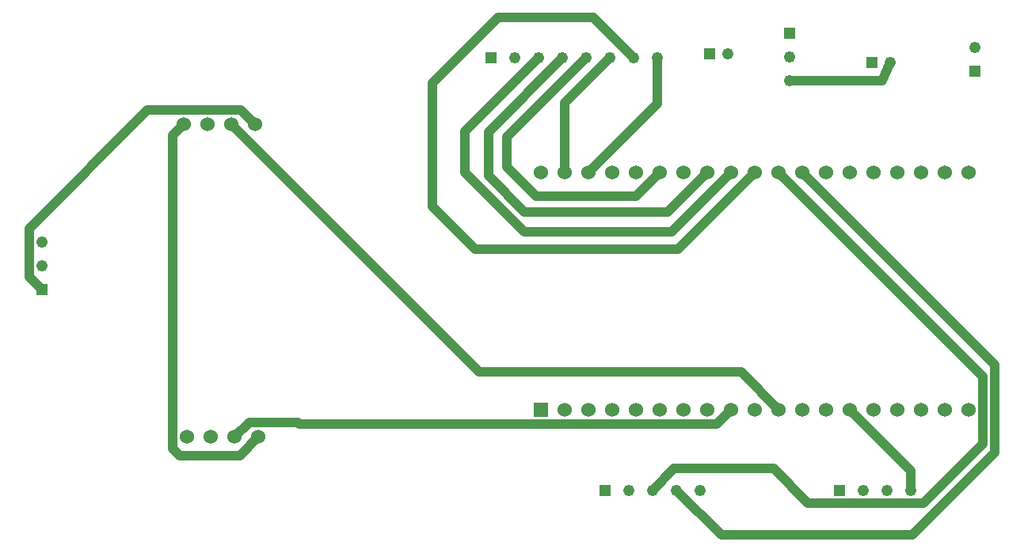
<source format=gtl>
G04*
G04 #@! TF.GenerationSoftware,Altium Limited,Altium Designer,25.2.1 (25)*
G04*
G04 Layer_Physical_Order=1*
G04 Layer_Color=255*
%FSLAX44Y44*%
%MOMM*%
G71*
G04*
G04 #@! TF.SameCoordinates,3AE894FB-23F7-4F01-8F5F-E61770B14ED4*
G04*
G04*
G04 #@! TF.FilePolarity,Positive*
G04*
G01*
G75*
%ADD19C,1.2192*%
%ADD20R,1.2192X1.2192*%
%ADD21C,1.0000*%
%ADD22C,1.5300*%
%ADD23C,1.2400*%
%ADD24R,1.2400X1.2400*%
%ADD25R,1.2400X1.2400*%
%ADD26R,1.5300X1.5300*%
D19*
X1243184Y783214D02*
D03*
X1069489Y792061D02*
D03*
D20*
X1223372Y783214D02*
D03*
X1049677Y792061D02*
D03*
D21*
X547412Y362140D02*
X567622Y382350D01*
X483900Y362140D02*
X547412D01*
X476026Y370014D02*
X483900Y362140D01*
X476026Y370014D02*
Y705616D01*
X487417Y717008D01*
X542222Y382350D02*
X557572Y397700D01*
X609630D01*
X610919Y396411D01*
X1057687D01*
X1072877Y411601D01*
X988638Y325447D02*
X1011615Y348424D01*
X1118392D01*
X1155222Y311594D01*
X1278920D01*
X1342166Y374840D01*
Y447113D01*
X1123677Y665601D02*
X1342166Y447113D01*
X1265019Y325447D02*
Y346460D01*
X1199877Y411601D02*
X1265019Y346460D01*
X1014038Y325447D02*
X1062181Y277304D01*
X1266728D01*
X1354866Y365442D01*
Y459813D01*
X1149077Y665601D02*
X1354866Y459813D01*
X322356Y553721D02*
X336263Y539814D01*
X322356Y553721D02*
Y605726D01*
X448848Y732218D01*
X548407D01*
X563617Y717008D01*
X1135067Y763888D02*
X1234723D01*
X1243184Y783214D01*
X1015681Y583005D02*
X1098277Y665601D01*
X799055Y583005D02*
X1015681D01*
X753288Y628772D02*
X799055Y583005D01*
X753288Y628772D02*
Y761077D01*
X823420Y831208D01*
X925083D01*
X968478Y787814D01*
X788700Y709636D02*
X866878Y787814D01*
X788700Y665745D02*
Y709636D01*
Y665745D02*
X852148Y602298D01*
X1009573D01*
X1072877Y665601D01*
X813308Y708844D02*
X892278Y787814D01*
X813308Y662250D02*
Y708844D01*
Y662250D02*
X852200Y623358D01*
X1005234D01*
X1047477Y665601D01*
X538217Y717008D02*
X803508Y451717D01*
X1083562D01*
X1123677Y411601D01*
X833206Y703342D02*
X917678Y787814D01*
X833206Y671456D02*
Y703342D01*
Y671456D02*
X864900Y639762D01*
X970838D01*
X996677Y665601D01*
X920477D02*
X993878Y739002D01*
Y787814D01*
X895077Y665601D02*
Y739814D01*
X943078Y787814D01*
D22*
X516822Y382350D02*
D03*
X542222D02*
D03*
X567622D02*
D03*
X491422D02*
D03*
X869677Y665601D02*
D03*
X895077D02*
D03*
X920477D02*
D03*
X945877D02*
D03*
X971277D02*
D03*
X996677D02*
D03*
X1022077D02*
D03*
X1047477D02*
D03*
X1072877D02*
D03*
X1098277D02*
D03*
X1123677D02*
D03*
X1149077D02*
D03*
X1174477D02*
D03*
X1199877D02*
D03*
X1225277D02*
D03*
X1250677D02*
D03*
X1276077D02*
D03*
X1301477D02*
D03*
X1326877D02*
D03*
Y411601D02*
D03*
X1301477D02*
D03*
X1276077D02*
D03*
X1250677D02*
D03*
X1225277D02*
D03*
X1199877D02*
D03*
X1174477D02*
D03*
X1149077D02*
D03*
X1123677D02*
D03*
X1098277D02*
D03*
X1072877D02*
D03*
X1047477D02*
D03*
X1022077D02*
D03*
X996677D02*
D03*
X971277D02*
D03*
X945877D02*
D03*
X920477D02*
D03*
X895077D02*
D03*
X563617Y717008D02*
D03*
X487417D02*
D03*
X512817D02*
D03*
X538217D02*
D03*
D23*
X993878Y787814D02*
D03*
X968478D02*
D03*
X943078D02*
D03*
X917678D02*
D03*
X892278D02*
D03*
X866878D02*
D03*
X841478D02*
D03*
X1039438Y325447D02*
D03*
X1014038D02*
D03*
X963238D02*
D03*
X988638D02*
D03*
X1265019D02*
D03*
X1239619D02*
D03*
X1214219D02*
D03*
X336263Y590614D02*
D03*
Y565214D02*
D03*
X1333324Y799269D02*
D03*
X1135067Y789288D02*
D03*
Y763888D02*
D03*
D24*
X816078Y787814D02*
D03*
X937838Y325447D02*
D03*
X1188819D02*
D03*
D25*
X336263Y539814D02*
D03*
X1333324Y773869D02*
D03*
X1135067Y814688D02*
D03*
D26*
X869677Y411601D02*
D03*
M02*

</source>
